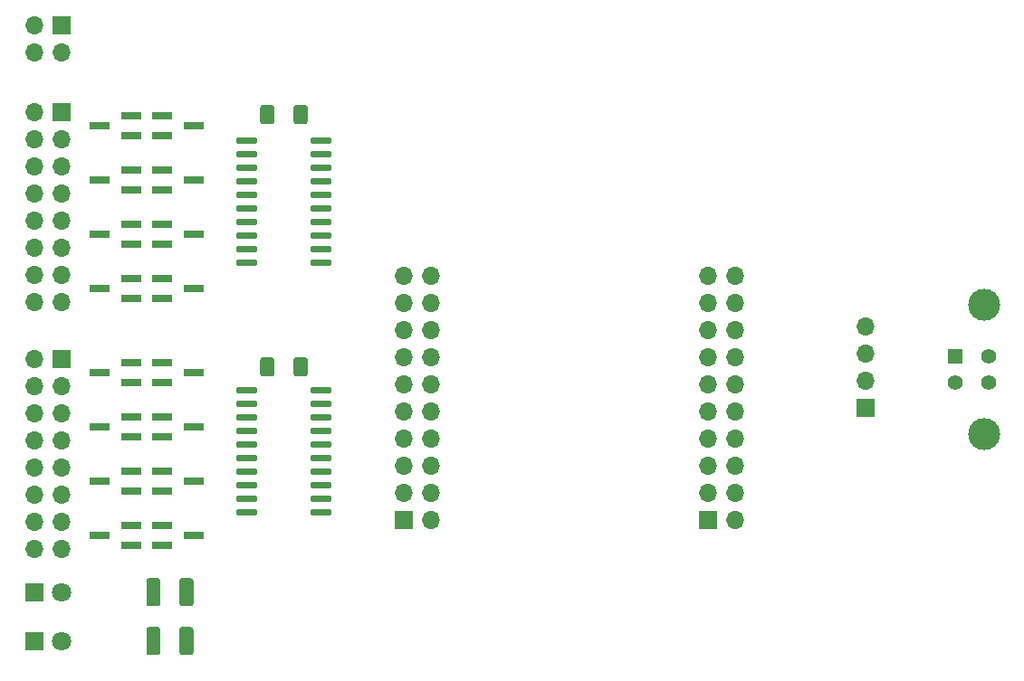
<source format=gts>
G04 #@! TF.GenerationSoftware,KiCad,Pcbnew,(5.1.9)-1*
G04 #@! TF.CreationDate,2021-06-24T21:47:46+02:00*
G04 #@! TF.ProjectId,cypress_inp,63797072-6573-4735-9f69-6e702e6b6963,1.0*
G04 #@! TF.SameCoordinates,Original*
G04 #@! TF.FileFunction,Soldermask,Top*
G04 #@! TF.FilePolarity,Negative*
%FSLAX46Y46*%
G04 Gerber Fmt 4.6, Leading zero omitted, Abs format (unit mm)*
G04 Created by KiCad (PCBNEW (5.1.9)-1) date 2021-06-24 21:47:46*
%MOMM*%
%LPD*%
G01*
G04 APERTURE LIST*
%ADD10C,1.800000*%
%ADD11R,1.800000X1.800000*%
%ADD12R,1.900000X0.800000*%
%ADD13O,1.700000X1.700000*%
%ADD14R,1.700000X1.700000*%
%ADD15C,1.400000*%
%ADD16C,3.000000*%
%ADD17R,1.400000X1.400000*%
G04 APERTURE END LIST*
G36*
G01*
X72506000Y-123639000D02*
X72506000Y-125789000D01*
G75*
G02*
X72256000Y-126039000I-250000J0D01*
G01*
X71456000Y-126039000D01*
G75*
G02*
X71206000Y-125789000I0J250000D01*
G01*
X71206000Y-123639000D01*
G75*
G02*
X71456000Y-123389000I250000J0D01*
G01*
X72256000Y-123389000D01*
G75*
G02*
X72506000Y-123639000I0J-250000D01*
G01*
G37*
G36*
G01*
X75606000Y-123639000D02*
X75606000Y-125789000D01*
G75*
G02*
X75356000Y-126039000I-250000J0D01*
G01*
X74556000Y-126039000D01*
G75*
G02*
X74306000Y-125789000I0J250000D01*
G01*
X74306000Y-123639000D01*
G75*
G02*
X74556000Y-123389000I250000J0D01*
G01*
X75356000Y-123389000D01*
G75*
G02*
X75606000Y-123639000I0J-250000D01*
G01*
G37*
D10*
X63246000Y-129286000D03*
D11*
X60706000Y-129286000D03*
D10*
X63246000Y-124714000D03*
D11*
X60706000Y-124714000D03*
G36*
G01*
X72506000Y-128211000D02*
X72506000Y-130361000D01*
G75*
G02*
X72256000Y-130611000I-250000J0D01*
G01*
X71456000Y-130611000D01*
G75*
G02*
X71206000Y-130361000I0J250000D01*
G01*
X71206000Y-128211000D01*
G75*
G02*
X71456000Y-127961000I250000J0D01*
G01*
X72256000Y-127961000D01*
G75*
G02*
X72506000Y-128211000I0J-250000D01*
G01*
G37*
G36*
G01*
X75606000Y-128211000D02*
X75606000Y-130361000D01*
G75*
G02*
X75356000Y-130611000I-250000J0D01*
G01*
X74556000Y-130611000D01*
G75*
G02*
X74306000Y-130361000I0J250000D01*
G01*
X74306000Y-128211000D01*
G75*
G02*
X74556000Y-127961000I250000J0D01*
G01*
X75356000Y-127961000D01*
G75*
G02*
X75606000Y-128211000I0J-250000D01*
G01*
G37*
D12*
X66826000Y-104140000D03*
X69826000Y-103190000D03*
X69826000Y-105090000D03*
X75668000Y-104140000D03*
X72668000Y-105090000D03*
X72668000Y-103190000D03*
X66826000Y-109220000D03*
X69826000Y-108270000D03*
X69826000Y-110170000D03*
X75668000Y-109220000D03*
X72668000Y-110170000D03*
X72668000Y-108270000D03*
X66826000Y-114300000D03*
X69826000Y-113350000D03*
X69826000Y-115250000D03*
X75668000Y-114300000D03*
X72668000Y-115250000D03*
X72668000Y-113350000D03*
X66826000Y-119380000D03*
X69826000Y-118430000D03*
X69826000Y-120330000D03*
X75668000Y-119380000D03*
X72668000Y-120330000D03*
X72668000Y-118430000D03*
G36*
G01*
X83174000Y-102981999D02*
X83174000Y-104282001D01*
G75*
G02*
X82924001Y-104532000I-249999J0D01*
G01*
X82098999Y-104532000D01*
G75*
G02*
X81849000Y-104282001I0J249999D01*
G01*
X81849000Y-102981999D01*
G75*
G02*
X82098999Y-102732000I249999J0D01*
G01*
X82924001Y-102732000D01*
G75*
G02*
X83174000Y-102981999I0J-249999D01*
G01*
G37*
G36*
G01*
X86299000Y-102981999D02*
X86299000Y-104282001D01*
G75*
G02*
X86049001Y-104532000I-249999J0D01*
G01*
X85223999Y-104532000D01*
G75*
G02*
X84974000Y-104282001I0J249999D01*
G01*
X84974000Y-102981999D01*
G75*
G02*
X85223999Y-102732000I249999J0D01*
G01*
X86049001Y-102732000D01*
G75*
G02*
X86299000Y-102981999I0J-249999D01*
G01*
G37*
G36*
G01*
X83174000Y-79359999D02*
X83174000Y-80660001D01*
G75*
G02*
X82924001Y-80910000I-249999J0D01*
G01*
X82098999Y-80910000D01*
G75*
G02*
X81849000Y-80660001I0J249999D01*
G01*
X81849000Y-79359999D01*
G75*
G02*
X82098999Y-79110000I249999J0D01*
G01*
X82924001Y-79110000D01*
G75*
G02*
X83174000Y-79359999I0J-249999D01*
G01*
G37*
G36*
G01*
X86299000Y-79359999D02*
X86299000Y-80660001D01*
G75*
G02*
X86049001Y-80910000I-249999J0D01*
G01*
X85223999Y-80910000D01*
G75*
G02*
X84974000Y-80660001I0J249999D01*
G01*
X84974000Y-79359999D01*
G75*
G02*
X85223999Y-79110000I249999J0D01*
G01*
X86049001Y-79110000D01*
G75*
G02*
X86299000Y-79359999I0J-249999D01*
G01*
G37*
D13*
X97790000Y-95123000D03*
X95250000Y-95123000D03*
X97790000Y-97663000D03*
X95250000Y-97663000D03*
X97790000Y-100203000D03*
X95250000Y-100203000D03*
X97790000Y-102743000D03*
X95250000Y-102743000D03*
X97790000Y-105283000D03*
X95250000Y-105283000D03*
X97790000Y-107823000D03*
X95250000Y-107823000D03*
X97790000Y-110363000D03*
X95250000Y-110363000D03*
X97790000Y-112903000D03*
X95250000Y-112903000D03*
X97790000Y-115443000D03*
X95250000Y-115443000D03*
X97790000Y-117983000D03*
D14*
X95250000Y-117983000D03*
G36*
G01*
X86549000Y-105941000D02*
X86549000Y-105641000D01*
G75*
G02*
X86699000Y-105491000I150000J0D01*
G01*
X88374000Y-105491000D01*
G75*
G02*
X88524000Y-105641000I0J-150000D01*
G01*
X88524000Y-105941000D01*
G75*
G02*
X88374000Y-106091000I-150000J0D01*
G01*
X86699000Y-106091000D01*
G75*
G02*
X86549000Y-105941000I0J150000D01*
G01*
G37*
G36*
G01*
X86549000Y-107211000D02*
X86549000Y-106911000D01*
G75*
G02*
X86699000Y-106761000I150000J0D01*
G01*
X88374000Y-106761000D01*
G75*
G02*
X88524000Y-106911000I0J-150000D01*
G01*
X88524000Y-107211000D01*
G75*
G02*
X88374000Y-107361000I-150000J0D01*
G01*
X86699000Y-107361000D01*
G75*
G02*
X86549000Y-107211000I0J150000D01*
G01*
G37*
G36*
G01*
X86549000Y-108481000D02*
X86549000Y-108181000D01*
G75*
G02*
X86699000Y-108031000I150000J0D01*
G01*
X88374000Y-108031000D01*
G75*
G02*
X88524000Y-108181000I0J-150000D01*
G01*
X88524000Y-108481000D01*
G75*
G02*
X88374000Y-108631000I-150000J0D01*
G01*
X86699000Y-108631000D01*
G75*
G02*
X86549000Y-108481000I0J150000D01*
G01*
G37*
G36*
G01*
X86549000Y-109751000D02*
X86549000Y-109451000D01*
G75*
G02*
X86699000Y-109301000I150000J0D01*
G01*
X88374000Y-109301000D01*
G75*
G02*
X88524000Y-109451000I0J-150000D01*
G01*
X88524000Y-109751000D01*
G75*
G02*
X88374000Y-109901000I-150000J0D01*
G01*
X86699000Y-109901000D01*
G75*
G02*
X86549000Y-109751000I0J150000D01*
G01*
G37*
G36*
G01*
X86549000Y-111021000D02*
X86549000Y-110721000D01*
G75*
G02*
X86699000Y-110571000I150000J0D01*
G01*
X88374000Y-110571000D01*
G75*
G02*
X88524000Y-110721000I0J-150000D01*
G01*
X88524000Y-111021000D01*
G75*
G02*
X88374000Y-111171000I-150000J0D01*
G01*
X86699000Y-111171000D01*
G75*
G02*
X86549000Y-111021000I0J150000D01*
G01*
G37*
G36*
G01*
X86549000Y-112291000D02*
X86549000Y-111991000D01*
G75*
G02*
X86699000Y-111841000I150000J0D01*
G01*
X88374000Y-111841000D01*
G75*
G02*
X88524000Y-111991000I0J-150000D01*
G01*
X88524000Y-112291000D01*
G75*
G02*
X88374000Y-112441000I-150000J0D01*
G01*
X86699000Y-112441000D01*
G75*
G02*
X86549000Y-112291000I0J150000D01*
G01*
G37*
G36*
G01*
X86549000Y-113561000D02*
X86549000Y-113261000D01*
G75*
G02*
X86699000Y-113111000I150000J0D01*
G01*
X88374000Y-113111000D01*
G75*
G02*
X88524000Y-113261000I0J-150000D01*
G01*
X88524000Y-113561000D01*
G75*
G02*
X88374000Y-113711000I-150000J0D01*
G01*
X86699000Y-113711000D01*
G75*
G02*
X86549000Y-113561000I0J150000D01*
G01*
G37*
G36*
G01*
X86549000Y-114831000D02*
X86549000Y-114531000D01*
G75*
G02*
X86699000Y-114381000I150000J0D01*
G01*
X88374000Y-114381000D01*
G75*
G02*
X88524000Y-114531000I0J-150000D01*
G01*
X88524000Y-114831000D01*
G75*
G02*
X88374000Y-114981000I-150000J0D01*
G01*
X86699000Y-114981000D01*
G75*
G02*
X86549000Y-114831000I0J150000D01*
G01*
G37*
G36*
G01*
X86549000Y-116101000D02*
X86549000Y-115801000D01*
G75*
G02*
X86699000Y-115651000I150000J0D01*
G01*
X88374000Y-115651000D01*
G75*
G02*
X88524000Y-115801000I0J-150000D01*
G01*
X88524000Y-116101000D01*
G75*
G02*
X88374000Y-116251000I-150000J0D01*
G01*
X86699000Y-116251000D01*
G75*
G02*
X86549000Y-116101000I0J150000D01*
G01*
G37*
G36*
G01*
X86549000Y-117371000D02*
X86549000Y-117071000D01*
G75*
G02*
X86699000Y-116921000I150000J0D01*
G01*
X88374000Y-116921000D01*
G75*
G02*
X88524000Y-117071000I0J-150000D01*
G01*
X88524000Y-117371000D01*
G75*
G02*
X88374000Y-117521000I-150000J0D01*
G01*
X86699000Y-117521000D01*
G75*
G02*
X86549000Y-117371000I0J150000D01*
G01*
G37*
G36*
G01*
X79624000Y-117371000D02*
X79624000Y-117071000D01*
G75*
G02*
X79774000Y-116921000I150000J0D01*
G01*
X81449000Y-116921000D01*
G75*
G02*
X81599000Y-117071000I0J-150000D01*
G01*
X81599000Y-117371000D01*
G75*
G02*
X81449000Y-117521000I-150000J0D01*
G01*
X79774000Y-117521000D01*
G75*
G02*
X79624000Y-117371000I0J150000D01*
G01*
G37*
G36*
G01*
X79624000Y-116101000D02*
X79624000Y-115801000D01*
G75*
G02*
X79774000Y-115651000I150000J0D01*
G01*
X81449000Y-115651000D01*
G75*
G02*
X81599000Y-115801000I0J-150000D01*
G01*
X81599000Y-116101000D01*
G75*
G02*
X81449000Y-116251000I-150000J0D01*
G01*
X79774000Y-116251000D01*
G75*
G02*
X79624000Y-116101000I0J150000D01*
G01*
G37*
G36*
G01*
X79624000Y-114831000D02*
X79624000Y-114531000D01*
G75*
G02*
X79774000Y-114381000I150000J0D01*
G01*
X81449000Y-114381000D01*
G75*
G02*
X81599000Y-114531000I0J-150000D01*
G01*
X81599000Y-114831000D01*
G75*
G02*
X81449000Y-114981000I-150000J0D01*
G01*
X79774000Y-114981000D01*
G75*
G02*
X79624000Y-114831000I0J150000D01*
G01*
G37*
G36*
G01*
X79624000Y-113561000D02*
X79624000Y-113261000D01*
G75*
G02*
X79774000Y-113111000I150000J0D01*
G01*
X81449000Y-113111000D01*
G75*
G02*
X81599000Y-113261000I0J-150000D01*
G01*
X81599000Y-113561000D01*
G75*
G02*
X81449000Y-113711000I-150000J0D01*
G01*
X79774000Y-113711000D01*
G75*
G02*
X79624000Y-113561000I0J150000D01*
G01*
G37*
G36*
G01*
X79624000Y-112291000D02*
X79624000Y-111991000D01*
G75*
G02*
X79774000Y-111841000I150000J0D01*
G01*
X81449000Y-111841000D01*
G75*
G02*
X81599000Y-111991000I0J-150000D01*
G01*
X81599000Y-112291000D01*
G75*
G02*
X81449000Y-112441000I-150000J0D01*
G01*
X79774000Y-112441000D01*
G75*
G02*
X79624000Y-112291000I0J150000D01*
G01*
G37*
G36*
G01*
X79624000Y-111021000D02*
X79624000Y-110721000D01*
G75*
G02*
X79774000Y-110571000I150000J0D01*
G01*
X81449000Y-110571000D01*
G75*
G02*
X81599000Y-110721000I0J-150000D01*
G01*
X81599000Y-111021000D01*
G75*
G02*
X81449000Y-111171000I-150000J0D01*
G01*
X79774000Y-111171000D01*
G75*
G02*
X79624000Y-111021000I0J150000D01*
G01*
G37*
G36*
G01*
X79624000Y-109751000D02*
X79624000Y-109451000D01*
G75*
G02*
X79774000Y-109301000I150000J0D01*
G01*
X81449000Y-109301000D01*
G75*
G02*
X81599000Y-109451000I0J-150000D01*
G01*
X81599000Y-109751000D01*
G75*
G02*
X81449000Y-109901000I-150000J0D01*
G01*
X79774000Y-109901000D01*
G75*
G02*
X79624000Y-109751000I0J150000D01*
G01*
G37*
G36*
G01*
X79624000Y-108481000D02*
X79624000Y-108181000D01*
G75*
G02*
X79774000Y-108031000I150000J0D01*
G01*
X81449000Y-108031000D01*
G75*
G02*
X81599000Y-108181000I0J-150000D01*
G01*
X81599000Y-108481000D01*
G75*
G02*
X81449000Y-108631000I-150000J0D01*
G01*
X79774000Y-108631000D01*
G75*
G02*
X79624000Y-108481000I0J150000D01*
G01*
G37*
G36*
G01*
X79624000Y-107211000D02*
X79624000Y-106911000D01*
G75*
G02*
X79774000Y-106761000I150000J0D01*
G01*
X81449000Y-106761000D01*
G75*
G02*
X81599000Y-106911000I0J-150000D01*
G01*
X81599000Y-107211000D01*
G75*
G02*
X81449000Y-107361000I-150000J0D01*
G01*
X79774000Y-107361000D01*
G75*
G02*
X79624000Y-107211000I0J150000D01*
G01*
G37*
G36*
G01*
X79624000Y-105941000D02*
X79624000Y-105641000D01*
G75*
G02*
X79774000Y-105491000I150000J0D01*
G01*
X81449000Y-105491000D01*
G75*
G02*
X81599000Y-105641000I0J-150000D01*
G01*
X81599000Y-105941000D01*
G75*
G02*
X81449000Y-106091000I-150000J0D01*
G01*
X79774000Y-106091000D01*
G75*
G02*
X79624000Y-105941000I0J150000D01*
G01*
G37*
G36*
G01*
X86549000Y-82573000D02*
X86549000Y-82273000D01*
G75*
G02*
X86699000Y-82123000I150000J0D01*
G01*
X88374000Y-82123000D01*
G75*
G02*
X88524000Y-82273000I0J-150000D01*
G01*
X88524000Y-82573000D01*
G75*
G02*
X88374000Y-82723000I-150000J0D01*
G01*
X86699000Y-82723000D01*
G75*
G02*
X86549000Y-82573000I0J150000D01*
G01*
G37*
G36*
G01*
X86549000Y-83843000D02*
X86549000Y-83543000D01*
G75*
G02*
X86699000Y-83393000I150000J0D01*
G01*
X88374000Y-83393000D01*
G75*
G02*
X88524000Y-83543000I0J-150000D01*
G01*
X88524000Y-83843000D01*
G75*
G02*
X88374000Y-83993000I-150000J0D01*
G01*
X86699000Y-83993000D01*
G75*
G02*
X86549000Y-83843000I0J150000D01*
G01*
G37*
G36*
G01*
X86549000Y-85113000D02*
X86549000Y-84813000D01*
G75*
G02*
X86699000Y-84663000I150000J0D01*
G01*
X88374000Y-84663000D01*
G75*
G02*
X88524000Y-84813000I0J-150000D01*
G01*
X88524000Y-85113000D01*
G75*
G02*
X88374000Y-85263000I-150000J0D01*
G01*
X86699000Y-85263000D01*
G75*
G02*
X86549000Y-85113000I0J150000D01*
G01*
G37*
G36*
G01*
X86549000Y-86383000D02*
X86549000Y-86083000D01*
G75*
G02*
X86699000Y-85933000I150000J0D01*
G01*
X88374000Y-85933000D01*
G75*
G02*
X88524000Y-86083000I0J-150000D01*
G01*
X88524000Y-86383000D01*
G75*
G02*
X88374000Y-86533000I-150000J0D01*
G01*
X86699000Y-86533000D01*
G75*
G02*
X86549000Y-86383000I0J150000D01*
G01*
G37*
G36*
G01*
X86549000Y-87653000D02*
X86549000Y-87353000D01*
G75*
G02*
X86699000Y-87203000I150000J0D01*
G01*
X88374000Y-87203000D01*
G75*
G02*
X88524000Y-87353000I0J-150000D01*
G01*
X88524000Y-87653000D01*
G75*
G02*
X88374000Y-87803000I-150000J0D01*
G01*
X86699000Y-87803000D01*
G75*
G02*
X86549000Y-87653000I0J150000D01*
G01*
G37*
G36*
G01*
X86549000Y-88923000D02*
X86549000Y-88623000D01*
G75*
G02*
X86699000Y-88473000I150000J0D01*
G01*
X88374000Y-88473000D01*
G75*
G02*
X88524000Y-88623000I0J-150000D01*
G01*
X88524000Y-88923000D01*
G75*
G02*
X88374000Y-89073000I-150000J0D01*
G01*
X86699000Y-89073000D01*
G75*
G02*
X86549000Y-88923000I0J150000D01*
G01*
G37*
G36*
G01*
X86549000Y-90193000D02*
X86549000Y-89893000D01*
G75*
G02*
X86699000Y-89743000I150000J0D01*
G01*
X88374000Y-89743000D01*
G75*
G02*
X88524000Y-89893000I0J-150000D01*
G01*
X88524000Y-90193000D01*
G75*
G02*
X88374000Y-90343000I-150000J0D01*
G01*
X86699000Y-90343000D01*
G75*
G02*
X86549000Y-90193000I0J150000D01*
G01*
G37*
G36*
G01*
X86549000Y-91463000D02*
X86549000Y-91163000D01*
G75*
G02*
X86699000Y-91013000I150000J0D01*
G01*
X88374000Y-91013000D01*
G75*
G02*
X88524000Y-91163000I0J-150000D01*
G01*
X88524000Y-91463000D01*
G75*
G02*
X88374000Y-91613000I-150000J0D01*
G01*
X86699000Y-91613000D01*
G75*
G02*
X86549000Y-91463000I0J150000D01*
G01*
G37*
G36*
G01*
X86549000Y-92733000D02*
X86549000Y-92433000D01*
G75*
G02*
X86699000Y-92283000I150000J0D01*
G01*
X88374000Y-92283000D01*
G75*
G02*
X88524000Y-92433000I0J-150000D01*
G01*
X88524000Y-92733000D01*
G75*
G02*
X88374000Y-92883000I-150000J0D01*
G01*
X86699000Y-92883000D01*
G75*
G02*
X86549000Y-92733000I0J150000D01*
G01*
G37*
G36*
G01*
X86549000Y-94003000D02*
X86549000Y-93703000D01*
G75*
G02*
X86699000Y-93553000I150000J0D01*
G01*
X88374000Y-93553000D01*
G75*
G02*
X88524000Y-93703000I0J-150000D01*
G01*
X88524000Y-94003000D01*
G75*
G02*
X88374000Y-94153000I-150000J0D01*
G01*
X86699000Y-94153000D01*
G75*
G02*
X86549000Y-94003000I0J150000D01*
G01*
G37*
G36*
G01*
X79624000Y-94003000D02*
X79624000Y-93703000D01*
G75*
G02*
X79774000Y-93553000I150000J0D01*
G01*
X81449000Y-93553000D01*
G75*
G02*
X81599000Y-93703000I0J-150000D01*
G01*
X81599000Y-94003000D01*
G75*
G02*
X81449000Y-94153000I-150000J0D01*
G01*
X79774000Y-94153000D01*
G75*
G02*
X79624000Y-94003000I0J150000D01*
G01*
G37*
G36*
G01*
X79624000Y-92733000D02*
X79624000Y-92433000D01*
G75*
G02*
X79774000Y-92283000I150000J0D01*
G01*
X81449000Y-92283000D01*
G75*
G02*
X81599000Y-92433000I0J-150000D01*
G01*
X81599000Y-92733000D01*
G75*
G02*
X81449000Y-92883000I-150000J0D01*
G01*
X79774000Y-92883000D01*
G75*
G02*
X79624000Y-92733000I0J150000D01*
G01*
G37*
G36*
G01*
X79624000Y-91463000D02*
X79624000Y-91163000D01*
G75*
G02*
X79774000Y-91013000I150000J0D01*
G01*
X81449000Y-91013000D01*
G75*
G02*
X81599000Y-91163000I0J-150000D01*
G01*
X81599000Y-91463000D01*
G75*
G02*
X81449000Y-91613000I-150000J0D01*
G01*
X79774000Y-91613000D01*
G75*
G02*
X79624000Y-91463000I0J150000D01*
G01*
G37*
G36*
G01*
X79624000Y-90193000D02*
X79624000Y-89893000D01*
G75*
G02*
X79774000Y-89743000I150000J0D01*
G01*
X81449000Y-89743000D01*
G75*
G02*
X81599000Y-89893000I0J-150000D01*
G01*
X81599000Y-90193000D01*
G75*
G02*
X81449000Y-90343000I-150000J0D01*
G01*
X79774000Y-90343000D01*
G75*
G02*
X79624000Y-90193000I0J150000D01*
G01*
G37*
G36*
G01*
X79624000Y-88923000D02*
X79624000Y-88623000D01*
G75*
G02*
X79774000Y-88473000I150000J0D01*
G01*
X81449000Y-88473000D01*
G75*
G02*
X81599000Y-88623000I0J-150000D01*
G01*
X81599000Y-88923000D01*
G75*
G02*
X81449000Y-89073000I-150000J0D01*
G01*
X79774000Y-89073000D01*
G75*
G02*
X79624000Y-88923000I0J150000D01*
G01*
G37*
G36*
G01*
X79624000Y-87653000D02*
X79624000Y-87353000D01*
G75*
G02*
X79774000Y-87203000I150000J0D01*
G01*
X81449000Y-87203000D01*
G75*
G02*
X81599000Y-87353000I0J-150000D01*
G01*
X81599000Y-87653000D01*
G75*
G02*
X81449000Y-87803000I-150000J0D01*
G01*
X79774000Y-87803000D01*
G75*
G02*
X79624000Y-87653000I0J150000D01*
G01*
G37*
G36*
G01*
X79624000Y-86383000D02*
X79624000Y-86083000D01*
G75*
G02*
X79774000Y-85933000I150000J0D01*
G01*
X81449000Y-85933000D01*
G75*
G02*
X81599000Y-86083000I0J-150000D01*
G01*
X81599000Y-86383000D01*
G75*
G02*
X81449000Y-86533000I-150000J0D01*
G01*
X79774000Y-86533000D01*
G75*
G02*
X79624000Y-86383000I0J150000D01*
G01*
G37*
G36*
G01*
X79624000Y-85113000D02*
X79624000Y-84813000D01*
G75*
G02*
X79774000Y-84663000I150000J0D01*
G01*
X81449000Y-84663000D01*
G75*
G02*
X81599000Y-84813000I0J-150000D01*
G01*
X81599000Y-85113000D01*
G75*
G02*
X81449000Y-85263000I-150000J0D01*
G01*
X79774000Y-85263000D01*
G75*
G02*
X79624000Y-85113000I0J150000D01*
G01*
G37*
G36*
G01*
X79624000Y-83843000D02*
X79624000Y-83543000D01*
G75*
G02*
X79774000Y-83393000I150000J0D01*
G01*
X81449000Y-83393000D01*
G75*
G02*
X81599000Y-83543000I0J-150000D01*
G01*
X81599000Y-83843000D01*
G75*
G02*
X81449000Y-83993000I-150000J0D01*
G01*
X79774000Y-83993000D01*
G75*
G02*
X79624000Y-83843000I0J150000D01*
G01*
G37*
G36*
G01*
X79624000Y-82573000D02*
X79624000Y-82273000D01*
G75*
G02*
X79774000Y-82123000I150000J0D01*
G01*
X81449000Y-82123000D01*
G75*
G02*
X81599000Y-82273000I0J-150000D01*
G01*
X81599000Y-82573000D01*
G75*
G02*
X81449000Y-82723000I-150000J0D01*
G01*
X79774000Y-82723000D01*
G75*
G02*
X79624000Y-82573000I0J150000D01*
G01*
G37*
D12*
X66826000Y-81026000D03*
X69826000Y-80076000D03*
X69826000Y-81976000D03*
X75668000Y-81026000D03*
X72668000Y-81976000D03*
X72668000Y-80076000D03*
X66826000Y-86106000D03*
X69826000Y-85156000D03*
X69826000Y-87056000D03*
X75668000Y-86106000D03*
X72668000Y-87056000D03*
X72668000Y-85156000D03*
X66826000Y-91186000D03*
X69826000Y-90236000D03*
X69826000Y-92136000D03*
X75668000Y-91186000D03*
X72668000Y-92136000D03*
X72668000Y-90236000D03*
X66826000Y-96266000D03*
X69826000Y-95316000D03*
X69826000Y-97216000D03*
X75668000Y-96266000D03*
X72668000Y-97216000D03*
X72668000Y-95316000D03*
D13*
X126238000Y-95123000D03*
X123698000Y-95123000D03*
X126238000Y-97663000D03*
X123698000Y-97663000D03*
X126238000Y-100203000D03*
X123698000Y-100203000D03*
X126238000Y-102743000D03*
X123698000Y-102743000D03*
X126238000Y-105283000D03*
X123698000Y-105283000D03*
X126238000Y-107823000D03*
X123698000Y-107823000D03*
X126238000Y-110363000D03*
X123698000Y-110363000D03*
X126238000Y-112903000D03*
X123698000Y-112903000D03*
X126238000Y-115443000D03*
X123698000Y-115443000D03*
X126238000Y-117983000D03*
D14*
X123698000Y-117983000D03*
D15*
X146812000Y-105116000D03*
D16*
X149522000Y-109886000D03*
D17*
X146812000Y-102616000D03*
D15*
X150012000Y-105116000D03*
X150012000Y-102616000D03*
D16*
X149522000Y-97846000D03*
D13*
X138430000Y-99822000D03*
X138430000Y-102362000D03*
X138430000Y-104902000D03*
D14*
X138430000Y-107442000D03*
D13*
X60706000Y-74168000D03*
X63246000Y-74168000D03*
X60706000Y-71628000D03*
D14*
X63246000Y-71628000D03*
D13*
X60706000Y-97536000D03*
X63246000Y-97536000D03*
X60706000Y-94996000D03*
X63246000Y-94996000D03*
X60706000Y-92456000D03*
X63246000Y-92456000D03*
X60706000Y-89916000D03*
X63246000Y-89916000D03*
X60706000Y-87376000D03*
X63246000Y-87376000D03*
X60706000Y-84836000D03*
X63246000Y-84836000D03*
X60706000Y-82296000D03*
X63246000Y-82296000D03*
X60706000Y-79756000D03*
D14*
X63246000Y-79756000D03*
D13*
X60706000Y-120650000D03*
X63246000Y-120650000D03*
X60706000Y-118110000D03*
X63246000Y-118110000D03*
X60706000Y-115570000D03*
X63246000Y-115570000D03*
X60706000Y-113030000D03*
X63246000Y-113030000D03*
X60706000Y-110490000D03*
X63246000Y-110490000D03*
X60706000Y-107950000D03*
X63246000Y-107950000D03*
X60706000Y-105410000D03*
X63246000Y-105410000D03*
X60706000Y-102870000D03*
D14*
X63246000Y-102870000D03*
M02*

</source>
